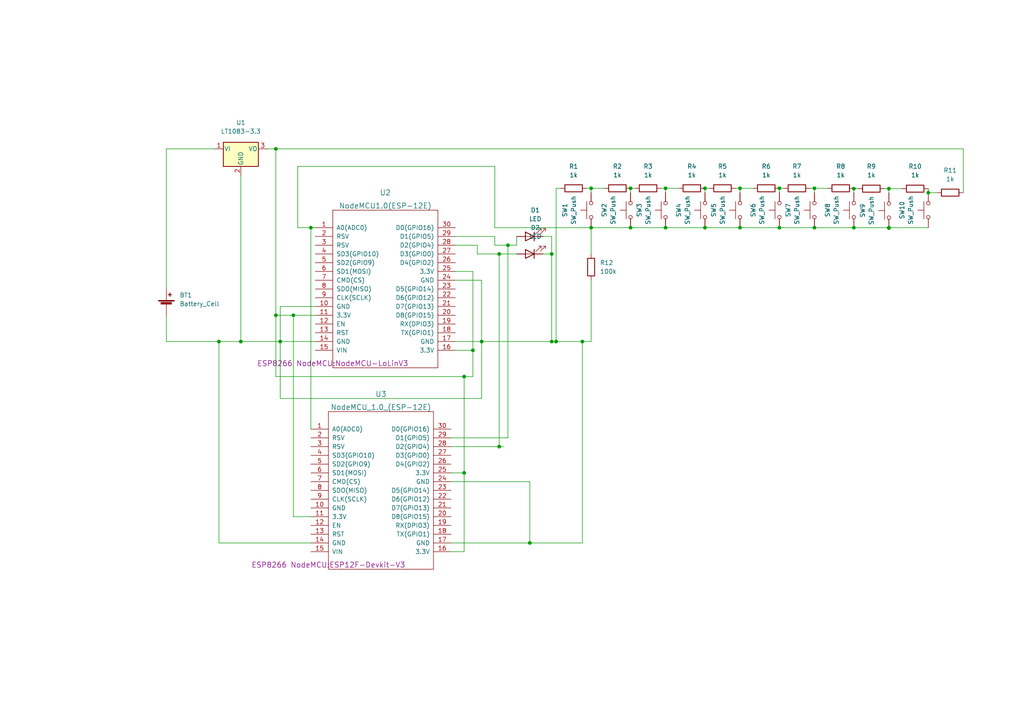
<source format=kicad_sch>
(kicad_sch (version 20211123) (generator eeschema)
  (paper "A4")
  (lib_symbols
    (symbol "Device:Battery_Cell" (pin_numbers hide) (pin_names (offset 0) hide)
      (property "Reference" "BT" (at 2.54 2.54 0))
      (property "Value" "Battery_Cell" (at 2.54 0 0))
      (symbol "Battery_Cell_0_1"
        (rectangle (start -2.286 1.778) (end 2.286 1.524) (fill (type outline)))
        (rectangle (start -1.5748 1.1938) (end 1.4732 0.6858) (fill (type outline)))
        (polyline (pts (xy 0 0.762) (xy 0 0)))
        (polyline (pts (xy 0 1.778) (xy 0 2.54)))
        (polyline (pts (xy 0.508 3.429) (xy 1.524 3.429)) (stroke (width 0.254)))
        (polyline (pts (xy 1.016 3.937) (xy 1.016 2.921)) (stroke (width 0.254)))
      )
      (symbol "Battery_Cell_1_1"
        (pin passive line (at 0 5.08 270) (length 2.54) (name "+") (number "1"))
        (pin passive line (at 0 -2.54 90) (length 2.54) (name "-") (number "2"))
      )
    )
    (symbol "Device:LED" (pin_numbers hide) (pin_names (offset 1.016) hide)
      (property "Reference" "D" (at 0 2.54 0))
      (property "Value" "LED" (at 0 -2.54 0))
      (symbol "LED_0_1"
        (polyline (pts (xy -1.27 -1.27) (xy -1.27 1.27)) (stroke (width 0.254)))
        (polyline (pts (xy -1.27 0) (xy 1.27 0)))
        (polyline (pts (xy 1.27 -1.27) (xy 1.27 1.27) (xy -1.27 0) (xy 1.27 -1.27)) (stroke (width 0.254)))
        (polyline (pts (xy -3.048 -0.762) (xy -4.572 -2.286) (xy -3.81 -2.286) (xy -4.572 -2.286) (xy -4.572 -1.524)))
        (polyline (pts (xy -1.778 -0.762) (xy -3.302 -2.286) (xy -2.54 -2.286) (xy -3.302 -2.286) (xy -3.302 -1.524)))
      )
      (symbol "LED_1_1"
        (pin passive line (at -3.81 0 0) (length 2.54) (name "K") (number "1"))
        (pin passive line (at 3.81 0 180) (length 2.54) (name "A") (number "2"))
      )
    )
    (symbol "Device:R" (pin_numbers hide) (pin_names (offset 0))
      (property "Reference" "R" (at 2.032 0 90))
      (property "Value" "R" (at 0 0 90))
      (symbol "R_0_1"
        (rectangle (start -1.016 -2.54) (end 1.016 2.54) (stroke (width 0.254)))
      )
      (symbol "R_1_1"
        (pin passive line (at 0 3.81 270) (length 1.27) (name "~") (number "1"))
        (pin passive line (at 0 -3.81 90) (length 1.27) (name "~") (number "2"))
      )
    )
    (symbol "Regulator_Linear:LT1083-3.3" (pin_names (offset 0.254))
      (property "Reference" "U1" (at 0 7.62 0))
      (property "Value" "LT1083-3.3" (at 0 5.08 0))
      (symbol "LT1083-3.3_0_1"
        (rectangle (start -5.08 1.905) (end 5.08 -5.08) (stroke (width 0.254)) (fill (type background)))
      )
      (symbol "LT1083-3.3_1_1"
        (pin power_in line (at -7.62 0 0) (length 2.54) (name "VI") (number "1"))
        (pin power_in line (at 0 -7.62 90) (length 2.54) (name "GND") (number "2"))
        (pin power_out line (at 7.62 0 180) (length 2.54) (name "VO") (number "3"))
      )
    )
    (symbol "Switch:SW_Push" (pin_numbers hide) (pin_names (offset 1.016) hide)
      (property "Reference" "SW" (at 1.27 2.54 0))
      (property "Value" "SW_Push" (at 0 -1.524 0))
      (symbol "SW_Push_0_1"
        (circle (center -2.032 0) (radius 0.508))
        (polyline (pts (xy 0 1.27) (xy 0 3.048)))
        (polyline (pts (xy 2.54 1.27) (xy -2.54 1.27)))
        (circle (center 2.032 0) (radius 0.508))
        (pin passive line (at -5.08 0 0) (length 2.54) (name "1") (number "1"))
        (pin passive line (at 5.08 0 180) (length 2.54) (name "2") (number "2"))
      )
    )
    (symbol "esp8266:NodeMCU1.0(ESP-12E)" (pin_names (offset 1.016))
      (property "Reference" "U" (at 0 21.59 0))
      (property "Value" "NodeMCU1.0(ESP-12E)" (at 0 -21.59 0))
      (symbol "NodeMCU1.0(ESP-12E)_0_1"
        (rectangle (start -15.24 -22.86) (end 15.24 22.86))
      )
      (symbol "NodeMCU1.0(ESP-12E)_1_1"
        (pin input line (at -20.32 17.78 0) (length 5.08) (name "A0(ADC0)") (number "1"))
        (pin input line (at -20.32 -5.08 0) (length 5.08) (name "GND") (number "10"))
        (pin input line (at -20.32 -7.62 0) (length 5.08) (name "3.3V") (number "11"))
        (pin input line (at -20.32 -10.16 0) (length 5.08) (name "EN") (number "12"))
        (pin input line (at -20.32 -12.7 0) (length 5.08) (name "RST") (number "13"))
        (pin input line (at -20.32 -15.24 0) (length 5.08) (name "GND") (number "14"))
        (pin input line (at -20.32 -17.78 0) (length 5.08) (name "VIN") (number "15"))
        (pin input line (at 20.32 -17.78 180) (length 5.08) (name "3.3V") (number "16"))
        (pin input line (at 20.32 -15.24 180) (length 5.08) (name "GND") (number "17"))
        (pin input line (at 20.32 -12.7 180) (length 5.08) (name "TX(GPIO1)") (number "18"))
        (pin input line (at 20.32 -10.16 180) (length 5.08) (name "RX(DPIO3)") (number "19"))
        (pin input line (at -20.32 15.24 0) (length 5.08) (name "RSV") (number "2"))
        (pin input line (at 20.32 -7.62 180) (length 5.08) (name "D8(GPIO15)") (number "20"))
        (pin input line (at 20.32 -5.08 180) (length 5.08) (name "D7(GPIO13)") (number "21"))
        (pin input line (at 20.32 -2.54 180) (length 5.08) (name "D6(GPIO12)") (number "22"))
        (pin input line (at 20.32 0 180) (length 5.08) (name "D5(GPIO14)") (number "23"))
        (pin input line (at 20.32 2.54 180) (length 5.08) (name "GND") (number "24"))
        (pin input line (at 20.32 5.08 180) (length 5.08) (name "3.3V") (number "25"))
        (pin input line (at 20.32 7.62 180) (length 5.08) (name "D4(GPIO2)") (number "26"))
        (pin input line (at 20.32 10.16 180) (length 5.08) (name "D3(GPIO0)") (number "27"))
        (pin input line (at 20.32 12.7 180) (length 5.08) (name "D2(GPIO4)") (number "28"))
        (pin input line (at 20.32 15.24 180) (length 5.08) (name "D1(GPIO5)") (number "29"))
        (pin input line (at -20.32 12.7 0) (length 5.08) (name "RSV") (number "3"))
        (pin input line (at 20.32 17.78 180) (length 5.08) (name "D0(GPIO16)") (number "30"))
        (pin input line (at -20.32 10.16 0) (length 5.08) (name "SD3(GPIO10)") (number "4"))
        (pin input line (at -20.32 7.62 0) (length 5.08) (name "SD2(GPIO9)") (number "5"))
        (pin input line (at -20.32 5.08 0) (length 5.08) (name "SD1(MOSI)") (number "6"))
        (pin input line (at -20.32 2.54 0) (length 5.08) (name "CMD(CS)") (number "7"))
        (pin input line (at -20.32 0 0) (length 5.08) (name "SDO(MISO)") (number "8"))
        (pin input line (at -20.32 -2.54 0) (length 5.08) (name "CLK(SCLK)") (number "9"))
      )
    )
    (symbol "esp8266:NodeMCU_1.0_(ESP-12E)" (pin_names (offset 1.016))
      (property "Reference" "U" (at 0 21.59 0))
      (property "Value" "NodeMCU_1.0_(ESP-12E)" (at 0 -21.59 0))
      (symbol "NodeMCU_1.0_(ESP-12E)_0_1"
        (rectangle (start -15.24 -22.86) (end 15.24 22.86))
      )
      (symbol "NodeMCU_1.0_(ESP-12E)_1_1"
        (pin input line (at -20.32 17.78 0) (length 5.08) (name "A0(ADC0)") (number "1"))
        (pin input line (at -20.32 -5.08 0) (length 5.08) (name "GND") (number "10"))
        (pin power_out line (at -20.32 -7.62 0) (length 5.08) (name "3.3V") (number "11"))
        (pin input line (at -20.32 -10.16 0) (length 5.08) (name "EN") (number "12"))
        (pin input line (at -20.32 -12.7 0) (length 5.08) (name "RST") (number "13"))
        (pin power_in line (at -20.32 -15.24 0) (length 5.08) (name "GND") (number "14"))
        (pin power_in line (at -20.32 -17.78 0) (length 5.08) (name "VIN") (number "15"))
        (pin power_out line (at 20.32 -17.78 180) (length 5.08) (name "3.3V") (number "16"))
        (pin power_in line (at 20.32 -15.24 180) (length 5.08) (name "GND") (number "17"))
        (pin bidirectional line (at 20.32 -12.7 180) (length 5.08) (name "TX(GPIO1)") (number "18"))
        (pin bidirectional line (at 20.32 -10.16 180) (length 5.08) (name "RX(DPIO3)") (number "19"))
        (pin input line (at -20.32 15.24 0) (length 5.08) (name "RSV") (number "2"))
        (pin bidirectional line (at 20.32 -7.62 180) (length 5.08) (name "D8(GPIO15)") (number "20"))
        (pin bidirectional line (at 20.32 -5.08 180) (length 5.08) (name "D7(GPIO13)") (number "21"))
        (pin bidirectional line (at 20.32 -2.54 180) (length 5.08) (name "D6(GPIO12)") (number "22"))
        (pin bidirectional line (at 20.32 0 180) (length 5.08) (name "D5(GPIO14)") (number "23"))
        (pin power_in line (at 20.32 2.54 180) (length 5.08) (name "GND") (number "24"))
        (pin power_out line (at 20.32 5.08 180) (length 5.08) (name "3.3V") (number "25"))
        (pin bidirectional line (at 20.32 7.62 180) (length 5.08) (name "D4(GPIO2)") (number "26"))
        (pin bidirectional line (at 20.32 10.16 180) (length 5.08) (name "D3(GPIO0)") (number "27"))
        (pin bidirectional line (at 20.32 12.7 180) (length 5.08) (name "D2(GPIO4)") (number "28"))
        (pin bidirectional line (at 20.32 15.24 180) (length 5.08) (name "D1(GPIO5)") (number "29"))
        (pin input line (at -20.32 12.7 0) (length 5.08) (name "RSV") (number "3"))
        (pin bidirectional line (at 20.32 17.78 180) (length 5.08) (name "D0(GPIO16)") (number "30"))
        (pin bidirectional line (at -20.32 10.16 0) (length 5.08) (name "SD3(GPIO10)") (number "4"))
        (pin bidirectional line (at -20.32 7.62 0) (length 5.08) (name "SD2(GPIO9)") (number "5"))
        (pin bidirectional line (at -20.32 5.08 0) (length 5.08) (name "SD1(MOSI)") (number "6"))
        (pin bidirectional line (at -20.32 2.54 0) (length 5.08) (name "CMD(CS)") (number "7"))
        (pin bidirectional line (at -20.32 0 0) (length 5.08) (name "SDO(MISO)") (number "8"))
        (pin bidirectional line (at -20.32 -2.54 0) (length 5.08) (name "CLK(SCLK)") (number "9"))
      )
    )
  )
  (junction (at 147.32 71.12))
  (junction (at 168.91 99.06))
  (junction (at 214.63 54.61))
  (junction (at 139.7 99.06))
  (junction (at 81.28 99.06))
  (junction (at 69.85 99.06))
  (junction (at 226.06 54.61))
  (junction (at 161.29 99.06))
  (junction (at 134.62 109.22))
  (junction (at 80.01 91.44))
  (junction (at 63.5 99.06))
  (junction (at 171.45 66.04))
  (junction (at 160.02 73.66))
  (junction (at 236.22 54.61))
  (junction (at 226.06 66.04))
  (junction (at 144.78 129.54))
  (junction (at 204.47 66.04))
  (junction (at 134.62 137.16))
  (junction (at 137.16 101.6))
  (junction (at 193.04 54.61))
  (junction (at 182.88 54.61))
  (junction (at 153.67 157.48))
  (junction (at 90.17 66.04))
  (junction (at 257.81 54.726))
  (junction (at 144.78 73.66))
  (junction (at 85.09 91.44))
  (junction (at 257.81 66.156))
  (junction (at 160.02 99.06))
  (junction (at 171.45 54.61))
  (junction (at 182.88 66.04))
  (junction (at 204.47 54.61))
  (junction (at 80.01 43.18))
  (junction (at 236.22 66.04))
  (junction (at 269.24 55.88))
  (junction (at 257.81 66.04))
  (junction (at 214.63 66.04))
  (junction (at 247.65 66.04))
  (junction (at 193.04 66.04))
  (junction (at 247.65 54.726))
  (wire (pts (xy 171.45 55.88) (xy 171.45 54.61)))
  (wire (pts (xy 134.62 109.22) (xy 137.16 109.22)))
  (wire (pts (xy 63.5 99.06) (xy 69.85 99.06)))
  (wire (pts (xy 214.63 54.61) (xy 218.44 54.61)))
  (wire (pts (xy 193.04 55.88) (xy 193.04 54.61)))
  (wire (pts (xy 90.17 66.04) (xy 90.17 124.46)))
  (wire (pts (xy 236.22 55.88) (xy 236.22 54.61)))
  (wire (pts (xy 182.88 55.88) (xy 182.88 54.61)))
  (wire (pts (xy 86.36 48.26) (xy 86.36 66.04)))
  (wire (pts (xy 271.78 55.88) (xy 269.24 55.88)))
  (wire (pts (xy 69.85 50.8) (xy 69.85 99.06)))
  (wire (pts (xy 90.17 157.48) (xy 63.5 157.48)))
  (wire (pts (xy 236.22 54.61) (xy 240.03 54.61)))
  (wire (pts (xy 80.01 91.44) (xy 80.01 43.18)))
  (wire (pts (xy 171.45 54.61) (xy 175.26 54.61)))
  (wire (pts (xy 132.08 81.28) (xy 139.7 81.28)))
  (wire (pts (xy 149.86 71.12) (xy 147.32 71.12)))
  (wire (pts (xy 143.51 66.04) (xy 171.45 66.04)))
  (wire (pts (xy 214.63 55.88) (xy 214.63 54.61)))
  (wire (pts (xy 134.62 160.02) (xy 134.62 137.16)))
  (wire (pts (xy 81.28 88.9) (xy 81.28 99.06)))
  (wire (pts (xy 134.62 137.16) (xy 134.62 109.22)))
  (wire (pts (xy 91.44 91.44) (xy 85.09 91.44)))
  (wire (pts (xy 48.26 83.82) (xy 48.26 43.18)))
  (wire (pts (xy 48.26 99.06) (xy 63.5 99.06)))
  (wire (pts (xy 204.47 55.88) (xy 204.47 54.61)))
  (wire (pts (xy 137.16 101.6) (xy 132.08 101.6)))
  (wire (pts (xy 143.51 68.58) (xy 143.51 71.12)))
  (wire (pts (xy 139.7 81.28) (xy 139.7 99.06)))
  (wire (pts (xy 204.47 66.04) (xy 214.63 66.04)))
  (wire (pts (xy 85.09 91.44) (xy 80.01 91.44)))
  (wire (pts (xy 139.7 99.06) (xy 160.02 99.06)))
  (wire (pts (xy 153.67 139.7) (xy 153.67 157.48)))
  (wire (pts (xy 147.32 71.12) (xy 147.32 127)))
  (wire (pts (xy 81.28 115.57) (xy 139.7 115.57)))
  (wire (pts (xy 144.78 129.54) (xy 146.05 129.54)))
  (wire (pts (xy 161.29 54.61) (xy 162.56 54.61)))
  (wire (pts (xy 130.81 129.54) (xy 144.78 129.54)))
  (wire (pts (xy 86.36 66.04) (xy 90.17 66.04)))
  (wire (pts (xy 256.54 54.726) (xy 257.81 54.726)))
  (wire (pts (xy 132.08 99.06) (xy 139.7 99.06)))
  (wire (pts (xy 168.91 99.06) (xy 161.29 99.06)))
  (wire (pts (xy 63.5 157.48) (xy 63.5 99.06)))
  (wire (pts (xy 171.45 66.04) (xy 182.88 66.04)))
  (wire (pts (xy 160.02 68.58) (xy 160.02 73.66)))
  (wire (pts (xy 132.08 78.74) (xy 137.16 78.74)))
  (wire (pts (xy 48.26 91.44) (xy 48.26 99.06)))
  (wire (pts (xy 85.09 149.86) (xy 85.09 91.44)))
  (wire (pts (xy 90.17 66.04) (xy 91.44 66.04)))
  (wire (pts (xy 161.29 99.06) (xy 160.02 99.06)))
  (wire (pts (xy 137.16 109.22) (xy 137.16 101.6)))
  (wire (pts (xy 226.06 66.04) (xy 236.22 66.04)))
  (wire (pts (xy 138.43 71.12) (xy 132.08 71.12)))
  (wire (pts (xy 80.01 109.22) (xy 134.62 109.22)))
  (wire (pts (xy 213.36 54.61) (xy 214.63 54.61)))
  (wire (pts (xy 149.86 68.58) (xy 149.86 71.12)))
  (wire (pts (xy 143.51 48.26) (xy 86.36 48.26)))
  (wire (pts (xy 69.85 99.06) (xy 81.28 99.06)))
  (wire (pts (xy 182.88 66.04) (xy 193.04 66.04)))
  (wire (pts (xy 157.48 73.66) (xy 160.02 73.66)))
  (wire (pts (xy 48.26 43.18) (xy 62.23 43.18)))
  (wire (pts (xy 247.65 54.726) (xy 248.92 54.726)))
  (wire (pts (xy 247.65 54.726) (xy 247.65 54.61)))
  (wire (pts (xy 138.43 73.66) (xy 144.78 73.66)))
  (wire (pts (xy 157.48 68.58) (xy 160.02 68.58)))
  (wire (pts (xy 130.81 137.16) (xy 134.62 137.16)))
  (wire (pts (xy 257.81 55.996) (xy 257.81 54.726)))
  (wire (pts (xy 247.65 66.04) (xy 257.81 66.04)))
  (wire (pts (xy 168.91 157.48) (xy 168.91 99.06)))
  (wire (pts (xy 214.63 66.04) (xy 226.06 66.04)))
  (wire (pts (xy 193.04 66.04) (xy 204.47 66.04)))
  (wire (pts (xy 90.17 149.86) (xy 85.09 149.86)))
  (wire (pts (xy 132.08 68.58) (xy 143.51 68.58)))
  (wire (pts (xy 91.44 88.9) (xy 81.28 88.9)))
  (wire (pts (xy 138.43 73.66) (xy 138.43 71.12)))
  (wire (pts (xy 257.81 66.04) (xy 269.24 66.04)))
  (wire (pts (xy 130.81 157.48) (xy 153.67 157.48)))
  (wire (pts (xy 147.32 71.12) (xy 143.51 71.12)))
  (wire (pts (xy 236.22 66.04) (xy 247.65 66.04)))
  (wire (pts (xy 143.51 66.04) (xy 143.51 48.26)))
  (wire (pts (xy 171.45 99.06) (xy 168.91 99.06)))
  (wire (pts (xy 247.65 55.88) (xy 247.65 54.726)))
  (wire (pts (xy 144.78 129.54) (xy 144.78 73.66)))
  (wire (pts (xy 171.45 66.04) (xy 171.45 73.66)))
  (wire (pts (xy 139.7 115.57) (xy 139.7 99.06)))
  (wire (pts (xy 269.24 54.726) (xy 269.24 55.88)))
  (wire (pts (xy 226.06 54.61) (xy 227.33 54.61)))
  (wire (pts (xy 171.45 81.28) (xy 171.45 99.06)))
  (wire (pts (xy 191.77 54.61) (xy 193.04 54.61)))
  (wire (pts (xy 130.81 160.02) (xy 134.62 160.02)))
  (wire (pts (xy 170.18 54.61) (xy 171.45 54.61)))
  (wire (pts (xy 257.81 54.726) (xy 261.62 54.726)))
  (wire (pts (xy 234.95 54.61) (xy 236.22 54.61)))
  (wire (pts (xy 137.16 78.74) (xy 137.16 101.6)))
  (wire (pts (xy 80.01 43.18) (xy 279.4 43.18)))
  (wire (pts (xy 161.29 54.61) (xy 161.29 99.06)))
  (wire (pts (xy 81.28 99.06) (xy 91.44 99.06)))
  (wire (pts (xy 80.01 91.44) (xy 80.01 109.22)))
  (wire (pts (xy 204.47 54.61) (xy 205.74 54.61)))
  (wire (pts (xy 182.88 54.61) (xy 184.15 54.61)))
  (wire (pts (xy 257.81 66.04) (xy 257.81 66.156)))
  (wire (pts (xy 153.67 157.48) (xy 168.91 157.48)))
  (wire (pts (xy 193.04 54.61) (xy 196.85 54.61)))
  (wire (pts (xy 160.02 73.66) (xy 160.02 99.06)))
  (wire (pts (xy 226.06 55.88) (xy 226.06 54.61)))
  (wire (pts (xy 77.47 43.18) (xy 80.01 43.18)))
  (wire (pts (xy 130.81 127) (xy 147.32 127)))
  (wire (pts (xy 130.81 139.7) (xy 153.67 139.7)))
  (wire (pts (xy 81.28 99.06) (xy 81.28 115.57)))
  (wire (pts (xy 279.4 55.88) (xy 279.4 43.18)))
  (wire (pts (xy 144.78 73.66) (xy 149.86 73.66)))
  (symbol (lib_id "Device:R") (at 166.37 54.61 90) (unit 1)
    (property "Reference" "R1" (at 166.37 48.26 90))
    (property "Value" "1k" (at 166.37 50.8 90))
    (property "Footprint" "Resistor_THT:R_Axial_DIN0207_L6.3mm_D2.5mm_P10.16mm_Horizontal" (effects hide))
  )
  (symbol (lib_id "Device:Battery_Cell") (at 48.26 88.9 0) (unit 1)
    (property "Reference" "BT1" (at 52.07 85.5979 0) (effects (justify left)))
    (property "Value" "Battery_Cell" (at 52.07 88.1379 0) (effects (justify left)))
    (property "Footprint" "Connector_Wire:SolderWire-2.5sqmm_1x02_P7.2mm_D2.4mm_OD3.6mm" (effects hide))
  )
  (symbol (lib_id "Device:R") (at 187.96 54.61 90) (unit 1)
    (property "Reference" "R3" (at 187.96 48.26 90))
    (property "Value" "1k" (at 187.96 50.8 90))
    (property "Footprint" "Resistor_THT:R_Axial_DIN0207_L6.3mm_D2.5mm_P10.16mm_Horizontal" (effects hide))
  )
  (symbol (lib_id "Device:R") (at 243.84 54.61 90) (unit 1)
    (property "Reference" "R8" (at 243.84 48.26 90))
    (property "Value" "1k" (at 243.84 50.8 90))
    (property "Footprint" "Resistor_THT:R_Axial_DIN0207_L6.3mm_D2.5mm_P10.16mm_Horizontal" (effects hide))
  )
  (symbol (lib_id "Switch:SW_Push") (at 214.63 60.96 90) (unit 1)
    (property "Reference" "SW5" (at 207.01 60.96 0))
    (property "Value" "SW_Push" (at 209.55 60.96 0))
    (property "Footprint" "Button_Switch_THT:SW_PUSH-12mm" (effects hide))
  )
  (symbol (lib_id "esp8266:NodeMCU_1.0_(ESP-12E)") (at 110.49 142.24 0) (unit 1)
    (property "Reference" "U3" (at 110.49 114.3 0) (effects (font (size 1.524 1.524))))
    (property "Value" "NodeMCU_1.0_(ESP-12E)" (at 110.49 118.11 0) (effects (font (size 1.524 1.524))))
    (property "Footprint" "ESP8266 NodeMCU:ESP12F-Devkit-V3" (at 95.25 163.83 0) (effects (font (size 1.524 1.524))))
  )
  (symbol (lib_id "Device:R") (at 171.45 77.47 180) (unit 1)
    (property "Reference" "R12" (at 173.99 76.1999 0) (effects (justify right)))
    (property "Value" "100k" (at 173.99 78.7399 0) (effects (justify right)))
    (property "Footprint" "Resistor_THT:R_Axial_DIN0207_L6.3mm_D2.5mm_P10.16mm_Horizontal" (effects hide))
  )
  (symbol (lib_id "Device:R") (at 209.55 54.61 90) (unit 1)
    (property "Reference" "R5" (at 209.55 48.26 90))
    (property "Value" "1k" (at 209.55 50.8 90))
    (property "Footprint" "Resistor_THT:R_Axial_DIN0207_L6.3mm_D2.5mm_P10.16mm_Horizontal" (effects hide))
  )
  (symbol (lib_id "Regulator_Linear:LT1083-3.3") (at 69.85 43.18 0) (unit 1)
    (property "Reference" "U1" (at 69.85 35.56 0))
    (property "Value" "LT1083-3.3" (at 69.85 38.1 0))
    (property "Footprint" "Package_SIP:SIP3_11.6x8.5mm" (effects hide))
    (property "Datasheet" "https://www.analog.com/media/en/technical-documentation/data-sheets/1083ffe.pdf" (effects hide))
  )
  (symbol (lib_id "Device:R") (at 200.66 54.61 90) (unit 1)
    (property "Reference" "R4" (at 200.66 48.26 90))
    (property "Value" "1k" (at 200.66 50.8 90))
    (property "Footprint" "Resistor_THT:R_Axial_DIN0207_L6.3mm_D2.5mm_P10.16mm_Horizontal" (effects hide))
  )
  (symbol (lib_id "Device:R") (at 222.25 54.61 90) (unit 1)
    (property "Reference" "R6" (at 222.25 48.26 90))
    (property "Value" "1k" (at 222.25 50.8 90))
    (property "Footprint" "Resistor_THT:R_Axial_DIN0207_L6.3mm_D2.5mm_P10.16mm_Horizontal" (effects hide))
  )
  (symbol (lib_id "Switch:SW_Push") (at 236.22 60.96 90) (unit 1)
    (property "Reference" "SW7" (at 228.6 60.96 0))
    (property "Value" "SW_Push" (at 231.14 60.96 0))
    (property "Footprint" "Button_Switch_THT:SW_PUSH-12mm" (effects hide))
  )
  (symbol (lib_id "Device:R") (at 252.73 54.726 90) (unit 1)
    (property "Reference" "R9" (at 252.73 48.26 90))
    (property "Value" "1k" (at 252.73 50.8 90))
    (property "Footprint" "Resistor_THT:R_Axial_DIN0207_L6.3mm_D2.5mm_P10.16mm_Horizontal" (effects hide))
  )
  (symbol (lib_id "Switch:SW_Push") (at 247.65 60.96 90) (unit 1)
    (property "Reference" "SW8" (at 240.03 60.96 0))
    (property "Value" "SW_Push" (at 242.57 60.96 0))
    (property "Footprint" "Button_Switch_THT:SW_PUSH-12mm" (effects hide))
  )
  (symbol (lib_id "Switch:SW_Push") (at 269.24 60.96 90) (unit 1)
    (property "Reference" "SW10" (at 261.62 60.96 0))
    (property "Value" "SW_Push" (at 264.16 60.96 0))
    (property "Footprint" "Button_Switch_THT:SW_PUSH-12mm" (effects hide))
  )
  (symbol (lib_id "Switch:SW_Push") (at 193.04 60.96 90) (unit 1)
    (property "Reference" "SW3" (at 185.42 60.96 0))
    (property "Value" "SW_Push" (at 187.96 60.96 0))
    (property "Footprint" "Button_Switch_THT:SW_PUSH-12mm" (effects hide))
  )
  (symbol (lib_id "Switch:SW_Push") (at 257.81 61.076 90) (unit 1)
    (property "Reference" "SW9" (at 250.19 61.076 0))
    (property "Value" "SW_Push" (at 252.73 61.076 0))
    (property "Footprint" "Button_Switch_THT:SW_PUSH-12mm" (effects hide))
  )
  (symbol (lib_id "Device:R") (at 275.59 55.88 90) (unit 1)
    (property "Reference" "R11" (at 275.59 49.414 90))
    (property "Value" "1k" (at 275.59 51.954 90))
    (property "Footprint" "Resistor_THT:R_Axial_DIN0207_L6.3mm_D2.5mm_P10.16mm_Horizontal" (effects hide))
  )
  (symbol (lib_id "Device:LED") (at 153.67 73.66 180) (unit 1)
    (property "Reference" "D2" (at 155.2575 66.04 0))
    (property "Value" "LED" (at 155.2575 68.58 0))
    (property "Footprint" "LED_THT:LED_D3.0mm" (effects hide))
  )
  (symbol (lib_id "Device:R") (at 231.14 54.61 90) (unit 1)
    (property "Reference" "R7" (at 231.14 48.26 90))
    (property "Value" "1k" (at 231.14 50.8 90))
    (property "Footprint" "Resistor_THT:R_Axial_DIN0207_L6.3mm_D2.5mm_P10.16mm_Horizontal" (effects hide))
  )
  (symbol (lib_id "Switch:SW_Push") (at 171.45 60.96 90) (unit 1)
    (property "Reference" "SW1" (at 163.83 60.96 0))
    (property "Value" "SW_Push" (at 166.37 60.96 0))
    (property "Footprint" "Button_Switch_THT:SW_PUSH-12mm" (effects hide))
  )
  (symbol (lib_id "Device:R") (at 265.43 54.726 90) (unit 1)
    (property "Reference" "R10" (at 265.43 48.26 90))
    (property "Value" "1k" (at 265.43 50.8 90))
    (property "Footprint" "Resistor_THT:R_Axial_DIN0207_L6.3mm_D2.5mm_P10.16mm_Horizontal" (effects hide))
  )
  (symbol (lib_id "Switch:SW_Push") (at 204.47 60.96 90) (unit 1)
    (property "Reference" "SW4" (at 196.85 60.96 0))
    (property "Value" "SW_Push" (at 199.39 60.96 0))
    (property "Footprint" "Button_Switch_THT:SW_PUSH-12mm" (effects hide))
  )
  (symbol (lib_id "Switch:SW_Push") (at 182.88 60.96 90) (unit 1)
    (property "Reference" "SW2" (at 175.26 60.96 0))
    (property "Value" "SW_Push" (at 177.8 60.96 0))
    (property "Footprint" "Button_Switch_THT:SW_PUSH-12mm" (effects hide))
  )
  (symbol (lib_id "esp8266:NodeMCU1.0(ESP-12E)") (at 111.76 83.82 0) (unit 1)
    (property "Reference" "U2" (at 111.76 55.88 0) (effects (font (size 1.524 1.524))))
    (property "Value" "NodeMCU1.0(ESP-12E)" (at 111.76 59.69 0) (effects (font (size 1.524 1.524))))
    (property "Footprint" "ESP8266 NodeMCU:NodeMCU-LoLinV3" (at 96.52 105.41 0) (effects (font (size 1.524 1.524))))
  )
  (symbol (lib_id "Switch:SW_Push") (at 226.06 60.96 90) (unit 1)
    (property "Reference" "SW6" (at 218.44 60.96 0))
    (property "Value" "SW_Push" (at 220.98 60.96 0))
    (property "Footprint" "Button_Switch_THT:SW_PUSH-12mm" (effects hide))
  )
  (symbol (lib_id "Device:LED") (at 153.67 68.58 180) (unit 1)
    (property "Reference" "D1" (at 155.2575 60.96 0))
    (property "Value" "LED" (at 155.2575 63.5 0))
    (property "Footprint" "LED_THT:LED_D3.0mm" (effects hide))
  )
  (symbol (lib_id "Device:R") (at 179.07 54.61 90) (unit 1)
    (property "Reference" "R2" (at 179.07 48.26 90))
    (property "Value" "1k" (at 179.07 50.8 90))
    (property "Footprint" "Resistor_THT:R_Axial_DIN0207_L6.3mm_D2.5mm_P10.16mm_Horizontal" (effects hide))
  )
)
</source>
